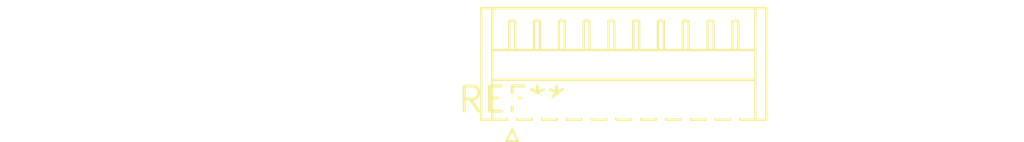
<source format=kicad_pcb>
(kicad_pcb (version 20240108) (generator pcbnew)
  (layers (0 "F.Cu" signal) (31 "B.Cu" signal) (34 "B.Paste" user) (35 "F.Paste" user) (36 "B.SilkS" user "B.Silkscreen") (37 "F.SilkS" user "F.Silkscreen") (38 "B.Mask" user) (39 "F.Mask" user) (44 "Edge.Cuts" user))
  (net 0 "")
  (footprint "Hirose_DF13-10P-1.25DS_1x10_P1.25mm_Horizontal" (layer "F.Cu") (at 0 0)
    (property "Reference" "REF**")
    (property "Value" "Hirose_DF13-10P-1.25DS_1x10_P1.25mm_Horizontal")
    (fp_line (start -1.56 -4.61) (end 12.81 -4.61) (layer "F.SilkS") (stroke (width 0.12)))
    (fp_line (start -1.56 1.01) (end -1.56 -4.61) (layer "F.SilkS") (stroke (width 0.12)))
    (fp_line (start -1.01 -4.61) (end -1.01 1.01) (layer "F.SilkS") (stroke (width 0.12)))
    (fp_line (start -1.01 -2.5) (end 12.26 -2.5) (layer "F.SilkS") (stroke (width 0.12)))
    (fp_line (start -1.01 -1) (end 12.26 -1) (layer "F.SilkS") (stroke (width 0.12)))
    (fp_line (start -0.3 2.1) (end 0.3 2.1) (layer "F.SilkS") (stroke (width 0.12)))
    (fp_line (start -0.25 0.96) (end -0.25 1.01) (layer "F.SilkS") (stroke (width 0.12)))
    (fp_line (start -0.25 1.01) (end -1.56 1.01) (layer "F.SilkS") (stroke (width 0.12)))
    (fp_line (start -0.15 -3.9625) (end 0 -4) (layer "F.SilkS") (stroke (width 0.12)))
    (fp_line (start -0.15 -2.5) (end -0.15 -3.9625) (layer "F.SilkS") (stroke (width 0.12)))
    (fp_line (start 0 -4) (end 0.15 -3.9625) (layer "F.SilkS") (stroke (width 0.12)))
    (fp_line (start 0 1.5) (end -0.3 2.1) (layer "F.SilkS") (stroke (width 0.12)))
    (fp_line (start 0.15 -3.9625) (end 0.15 -2.5) (layer "F.SilkS") (stroke (width 0.12)))
    (fp_line (start 0.25 0.96) (end 0.25 1.01) (layer "F.SilkS") (stroke (width 0.12)))
    (fp_line (start 0.25 1.01) (end 1 1.01) (layer "F.SilkS") (stroke (width 0.12)))
    (fp_line (start 0.3 2.1) (end 0 1.5) (layer "F.SilkS") (stroke (width 0.12)))
    (fp_line (start 1 1.01) (end 1 0.96) (layer "F.SilkS") (stroke (width 0.12)))
    (fp_line (start 1.1 -3.9625) (end 1.25 -4) (layer "F.SilkS") (stroke (width 0.12)))
    (fp_line (start 1.1 -2.5) (end 1.1 -3.9625) (layer "F.SilkS") (stroke (width 0.12)))
    (fp_line (start 1.25 -4) (end 1.4 -3.9625) (layer "F.SilkS") (stroke (width 0.12)))
    (fp_line (start 1.4 -3.9625) (end 1.4 -2.5) (layer "F.SilkS") (stroke (width 0.12)))
    (fp_line (start 1.5 0.96) (end 1.5 1.01) (layer "F.SilkS") (stroke (width 0.12)))
    (fp_line (start 1.5 1.01) (end 2.25 1.01) (layer "F.SilkS") (stroke (width 0.12)))
    (fp_line (start 2.25 1.01) (end 2.25 0.96) (layer "F.SilkS") (stroke (width 0.12)))
    (fp_line (start 2.35 -3.9625) (end 2.5 -4) (layer "F.SilkS") (stroke (width 0.12)))
    (fp_line (start 2.35 -2.5) (end 2.35 -3.9625) (layer "F.SilkS") (stroke (width 0.12)))
    (fp_line (start 2.5 -4) (end 2.65 -3.9625) (layer "F.SilkS") (stroke (width 0.12)))
    (fp_line (start 2.65 -3.9625) (end 2.65 -2.5) (layer "F.SilkS") (stroke (width 0.12)))
    (fp_line (start 2.75 0.96) (end 2.75 1.01) (layer "F.SilkS") (stroke (width 0.12)))
    (fp_line (start 2.75 1.01) (end 3.5 1.01) (layer "F.SilkS") (stroke (width 0.12)))
    (fp_line (start 3.5 1.01) (end 3.5 0.96) (layer "F.SilkS") (stroke (width 0.12)))
    (fp_line (start 3.6 -3.9625) (end 3.75 -4) (layer "F.SilkS") (stroke (width 0.12)))
    (fp_line (start 3.6 -2.5) (end 3.6 -3.9625) (layer "F.SilkS") (stroke (width 0.12)))
    (fp_line (start 3.75 -4) (end 3.9 -3.9625) (layer "F.SilkS") (stroke (width 0.12)))
    (fp_line (start 3.9 -3.9625) (end 3.9 -2.5) (layer "F.SilkS") (stroke (width 0.12)))
    (fp_line (start 4 0.96) (end 4 1.01) (layer "F.SilkS") (stroke (width 0.12)))
    (fp_line (start 4 1.01) (end 4.75 1.01) (layer "F.SilkS") (stroke (width 0.12)))
    (fp_line (start 4.75 1.01) (end 4.75 0.96) (layer "F.SilkS") (stroke (width 0.12)))
    (fp_line (start 4.85 -3.9625) (end 5 -4) (layer "F.SilkS") (stroke (width 0.12)))
    (fp_line (start 4.85 -2.5) (end 4.85 -3.9625) (layer "F.SilkS") (stroke (width 0.12)))
    (fp_line (start 5 -4) (end 5.15 -3.9625) (layer "F.SilkS") (stroke (width 0.12)))
    (fp_line (start 5.15 -3.9625) (end 5.15 -2.5) (layer "F.SilkS") (stroke (width 0.12)))
    (fp_line (start 5.25 0.96) (end 5.25 1.01) (layer "F.SilkS") (stroke (width 0.12)))
    (fp_line (start 5.25 1.01) (end 6 1.01) (layer "F.SilkS") (stroke (width 0.12)))
    (fp_line (start 6 1.01) (end 6 0.96) (layer "F.SilkS") (stroke (width 0.12)))
    (fp_line (start 6.1 -3.9625) (end 6.25 -4) (layer "F.SilkS") (stroke (width 0.12)))
    (fp_line (start 6.1 -2.5) (end 6.1 -3.9625) (layer "F.SilkS") (stroke (width 0.12)))
    (fp_line (start 6.25 -4) (end 6.4 -3.9625) (layer "F.SilkS") (stroke (width 0.12)))
    (fp_line (start 6.4 -3.9625) (end 6.4 -2.5) (layer "F.SilkS") (stroke (width 0.12)))
    (fp_line (start 6.5 0.96) (end 6.5 1.01) (layer "F.SilkS") (stroke (width 0.12)))
    (fp_line (start 6.5 1.01) (end 7.25 1.01) (layer "F.SilkS") (stroke (width 0.12)))
    (fp_line (start 7.25 1.01) (end 7.25 0.96) (layer "F.SilkS") (stroke (width 0.12)))
    (fp_line (start 7.35 -3.9625) (end 7.5 -4) (layer "F.SilkS") (stroke (width 0.12)))
    (fp_line (start 7.35 -2.5) (end 7.35 -3.9625) (layer "F.SilkS") (stroke (width 0.12)))
    (fp_line (start 7.5 -4) (end 7.65 -3.9625) (layer "F.SilkS") (stroke (width 0.12)))
    (fp_line (start 7.65 -3.9625) (end 7.65 -2.5) (layer "F.SilkS") (stroke (width 0.12)))
    (fp_line (start 7.75 0.96) (end 7.75 1.01) (layer "F.SilkS") (stroke (width 0.12)))
    (fp_line (start 7.75 1.01) (end 8.5 1.01) (layer "F.SilkS") (stroke (width 0.12)))
    (fp_line (start 8.5 1.01) (end 8.5 0.96) (layer "F.SilkS") (stroke (width 0.12)))
    (fp_line (start 8.6 -3.9625) (end 8.75 -4) (layer "F.SilkS") (stroke (width 0.12)))
    (fp_line (start 8.6 -2.5) (end 8.6 -3.9625) (layer "F.SilkS") (stroke (width 0.12)))
    (fp_line (start 8.75 -4) (end 8.9 -3.9625) (layer "F.SilkS") (stroke (width 0.12)))
    (fp_line (start 8.9 -3.9625) (end 8.9 -2.5) (layer "F.SilkS") (stroke (width 0.12)))
    (fp_line (start 9 0.96) (end 9 1.01) (layer "F.SilkS") (stroke (width 0.12)))
    (fp_line (start 9 1.01) (end 9.75 1.01) (layer "F.SilkS") (stroke (width 0.12)))
    (fp_line (start 9.75 1.01) (end 9.75 0.96) (layer "F.SilkS") (stroke (width 0.12)))
    (fp_line (start 9.85 -3.9625) (end 10 -4) (layer "F.SilkS") (stroke (width 0.12)))
    (fp_line (start 9.85 -2.5) (end 9.85 -3.9625) (layer "F.SilkS") (stroke (width 0.12)))
    (fp_line (start 10 -4) (end 10.15 -3.9625) (layer "F.SilkS") (stroke (width 0.12)))
    (fp_line (start 10.15 -3.9625) (end 10.15 -2.5) (layer "F.SilkS") (stroke (width 0.12)))
    (fp_line (start 10.25 0.96) (end 10.25 1.01) (layer "F.SilkS") (stroke (width 0.12)))
    (fp_line (start 10.25 1.01) (end 11 1.01) (layer "F.SilkS") (stroke (width 0.12)))
    (fp_line (start 11 1.01) (end 11 0.96) (layer "F.SilkS") (stroke (width 0.12)))
    (fp_line (start 11.1 -3.9625) (end 11.25 -4) (layer "F.SilkS") (stroke (width 0.12)))
    (fp_line (start 11.1 -2.5) (end 11.1 -3.9625) (layer "F.SilkS") (stroke (width 0.12)))
    (fp_line (start 11.25 -4) (end 11.4 -3.9625) (layer "F.SilkS") (stroke (width 0.12)))
    (fp_line (start 11.4 -3.9625) (end 11.4 -2.5) (layer "F.SilkS") (stroke (width 0.12)))
    (fp_line (start 11.5 1.01) (end 11.5 0.96) (layer "F.SilkS") (stroke (width 0.12)))
    (fp_line (start 12.26 -4.61) (end 12.26 1.01) (layer "F.SilkS") (stroke (width 0.12)))
    (fp_line (start 12.81 -4.61) (end 12.81 1.01) (layer "F.SilkS") (stroke (width 0.12)))
    (fp_line (start 12.81 1.01) (end 11.5 1.01) (layer "F.SilkS") (stroke (width 0.12)))
    (pad "1" thru_hole roundrect (at 0 0) (size 0.9 1.4) (drill 0.6) (layers *.Cu *.Mask) (remove_unused_layers))
    (pad "2" thru_hole oval (at 1.25 0) (size 0.9 1.4) (drill 0.6) (layers *.Cu *.Mask) (remove_unused_layers))
    (pad "3" thru_hole oval (at 2.5 0) (size 0.9 1.4) (drill 0.6) (layers *.Cu *.Mask) (remove_unused_layers))
    (pad "4" thru_hole oval (at 3.75 0) (size 0.9 1.4) (drill 0.6) (layers *.Cu *.Mask) (remove_unused_layers))
    (pad "5" thru_hole oval (at 5 0) (size 0.9 1.4) (drill 0.6) (layers *.Cu *.Mask) (remove_unused_layers))
    (pad "6" thru_hole oval (at 6.25 0) (size 0.9 1.4) (drill 0.6) (layers *.Cu *.Mask) (remove_unused_layers))
    (pad "7" thru_hole oval (at 7.5 0) (size 0.9 1.4) (drill 0.6) (layers *.Cu *.Mask) (remove_unused_layers))
    (pad "8" thru_hole oval (at 8.75 0) (size 0.9 1.4) (drill 0.6) (layers *.Cu *.Mask) (remove_unused_layers))
    (pad "9" thru_hole oval (at 10 0) (size 0.9 1.4) (drill 0.6) (layers *.Cu *.Mask) (remove_unused_layers))
    (pad "10" thru_hole oval (at 11.25 0) (size 0.9 1.4) (drill 0.6) (layers *.Cu *.Mask) (remove_unused_layers))
  )
)
</source>
